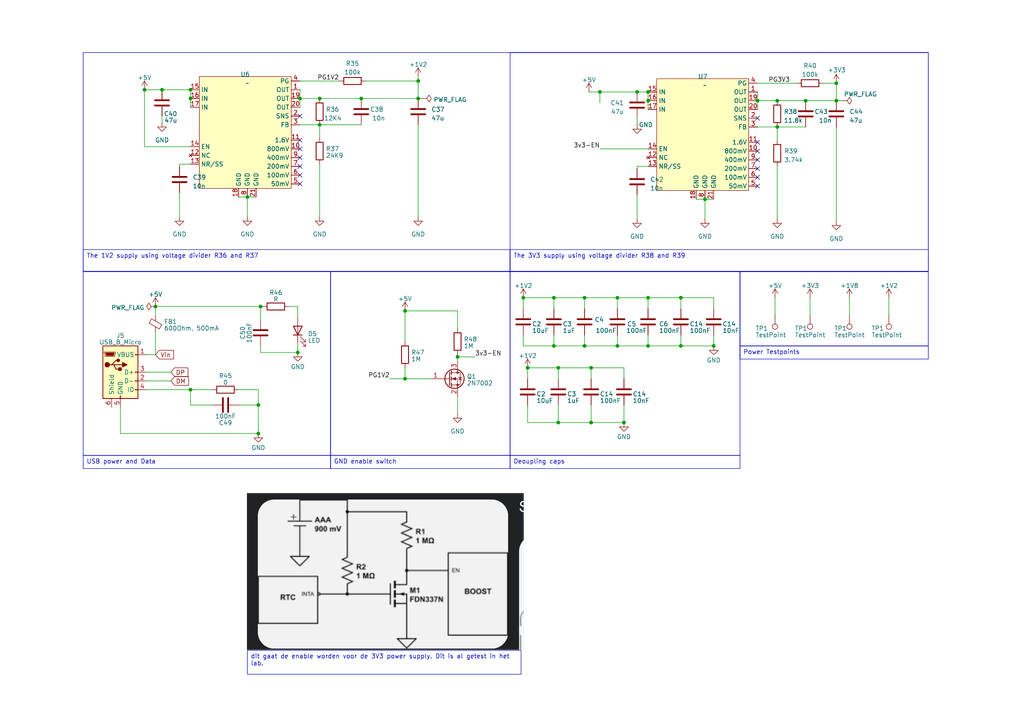
<source format=kicad_sch>
(kicad_sch (version 20230121) (generator eeschema)
  (paper "A4")
  (title_block (title "UFO FPGA") (date "2023-04-25") (rev "V0.5") (company "Universal-Field-Objects"))
  (lib_symbols
    (symbol "Connector:TestPoint" (pin_numbers hide) (pin_names (offset 0.762) hide)
      (property "Reference" "TP" (at 0 6.858 0))
      (property "Value" "TestPoint" (at 0 5.08 0))
      (symbol "TestPoint_0_1"
        (circle (center 0 3.302) (radius 0.762))
      )
      (symbol "TestPoint_1_1"
        (pin passive line (at 0 0 90) (length 2.54) (name "1") (number "1"))
      )
    )
    (symbol "Connector:USB_B_Micro" (pin_names (offset 1.016))
      (property "Reference" "J" (at -5.08 11.43 0))
      (property "Value" "USB_B_Micro" (at -5.08 8.89 0))
      (symbol "USB_B_Micro_0_1"
        (rectangle (start -5.08 -7.62) (end 5.08 7.62) (stroke (width 0.254)) (fill (type background)))
        (circle (center -3.81 2.159) (radius 0.635) (stroke (width 0.254)) (fill (type outline)))
        (circle (center -0.635 3.429) (radius 0.381) (stroke (width 0.254)) (fill (type outline)))
        (rectangle (start -0.127 -7.62) (end 0.127 -6.858))
        (polyline (pts (xy -1.905 2.159) (xy 0.635 2.159)) (stroke (width 0.254)))
        (polyline (pts (xy -3.175 2.159) (xy -2.54 2.159) (xy -1.27 3.429) (xy -0.635 3.429)) (stroke (width 0.254)))
        (polyline (pts (xy -2.54 2.159) (xy -1.905 2.159) (xy -1.27 0.889) (xy 0 0.889)) (stroke (width 0.254)))
        (polyline (pts (xy 0.635 2.794) (xy 0.635 1.524) (xy 1.905 2.159) (xy 0.635 2.794)) (stroke (width 0.254)) (fill (type outline)))
        (polyline (pts (xy -4.318 5.588) (xy -1.778 5.588) (xy -2.032 4.826) (xy -4.064 4.826) (xy -4.318 5.588)) (fill (type outline)))
        (polyline (pts (xy -4.699 5.842) (xy -4.699 5.588) (xy -4.445 4.826) (xy -4.445 4.572) (xy -1.651 4.572) (xy -1.651 4.826) (xy -1.397 5.588) (xy -1.397 5.842) (xy -4.699 5.842)))
        (rectangle (start 0.254 1.27) (end -0.508 0.508) (stroke (width 0.254)) (fill (type outline)))
        (rectangle (start 5.08 -5.207) (end 4.318 -4.953))
        (rectangle (start 5.08 -2.667) (end 4.318 -2.413))
        (rectangle (start 5.08 -0.127) (end 4.318 0.127))
        (rectangle (start 5.08 4.953) (end 4.318 5.207))
      )
      (symbol "USB_B_Micro_1_1"
        (pin power_out line (at 7.62 5.08 180) (length 2.54) (name "VBUS") (number "1"))
        (pin bidirectional line (at 7.62 -2.54 180) (length 2.54) (name "D-") (number "2"))
        (pin bidirectional line (at 7.62 0 180) (length 2.54) (name "D+") (number "3"))
        (pin passive line (at 7.62 -5.08 180) (length 2.54) (name "ID") (number "4"))
        (pin power_out line (at 0 -10.16 90) (length 2.54) (name "GND") (number "5"))
        (pin passive line (at -2.54 -10.16 90) (length 2.54) (name "Shield") (number "6"))
      )
    )
    (symbol "Device:C" (pin_numbers hide) (pin_names (offset 0.254))
      (property "Reference" "C" (at 0.635 2.54 0))
      (property "Value" "C" (at 0.635 -2.54 0))
      (symbol "C_0_1"
        (polyline (pts (xy -2.032 -0.762) (xy 2.032 -0.762)) (stroke (width 0.508)))
        (polyline (pts (xy -2.032 0.762) (xy 2.032 0.762)) (stroke (width 0.508)))
      )
      (symbol "C_1_1"
        (pin passive line (at 0 3.81 270) (length 2.794) (name "~") (number "1"))
        (pin passive line (at 0 -3.81 90) (length 2.794) (name "~") (number "2"))
      )
    )
    (symbol "Device:FerriteBead_Small" (pin_numbers hide) (pin_names (offset 0))
      (property "Reference" "FB" (at 1.905 1.27 0))
      (property "Value" "FerriteBead_Small" (at 1.905 -1.27 0))
      (symbol "FerriteBead_Small_0_1"
        (polyline (pts (xy 0 -1.27) (xy 0 -0.7874)))
        (polyline (pts (xy 0 0.889) (xy 0 1.2954)))
        (polyline (pts (xy -1.8288 0.2794) (xy -1.1176 1.4986) (xy 1.8288 -0.2032) (xy 1.1176 -1.4224) (xy -1.8288 0.2794)))
      )
      (symbol "FerriteBead_Small_1_1"
        (pin passive line (at 0 2.54 270) (length 1.27) (name "~") (number "1"))
        (pin passive line (at 0 -2.54 90) (length 1.27) (name "~") (number "2"))
      )
    )
    (symbol "Device:LED" (pin_numbers hide) (pin_names (offset 1.016) hide)
      (property "Reference" "D" (at 0 2.54 0))
      (property "Value" "LED" (at 0 -2.54 0))
      (symbol "LED_0_1"
        (polyline (pts (xy -1.27 -1.27) (xy -1.27 1.27)) (stroke (width 0.254)))
        (polyline (pts (xy -1.27 0) (xy 1.27 0)))
        (polyline (pts (xy 1.27 -1.27) (xy 1.27 1.27) (xy -1.27 0) (xy 1.27 -1.27)) (stroke (width 0.254)))
        (polyline (pts (xy -3.048 -0.762) (xy -4.572 -2.286) (xy -3.81 -2.286) (xy -4.572 -2.286) (xy -4.572 -1.524)))
        (polyline (pts (xy -1.778 -0.762) (xy -3.302 -2.286) (xy -2.54 -2.286) (xy -3.302 -2.286) (xy -3.302 -1.524)))
      )
      (symbol "LED_1_1"
        (pin passive line (at -3.81 0 0) (length 2.54) (name "K") (number "1"))
        (pin passive line (at 3.81 0 180) (length 2.54) (name "A") (number "2"))
      )
    )
    (symbol "Device:R" (pin_numbers hide) (pin_names (offset 0))
      (property "Reference" "R" (at 2.032 0 90))
      (property "Value" "R" (at 0 0 90))
      (symbol "R_0_1"
        (rectangle (start -1.016 -2.54) (end 1.016 2.54) (stroke (width 0.254)))
      )
      (symbol "R_1_1"
        (pin passive line (at 0 3.81 270) (length 1.27) (name "~") (number "1"))
        (pin passive line (at 0 -3.81 90) (length 1.27) (name "~") (number "2"))
      )
    )
    (symbol "Transistor_FET:2N7002" (pin_names hide)
      (property "Reference" "Q" (at 5.08 1.905 0))
      (property "Value" "2N7002" (at 5.08 0 0))
      (symbol "2N7002_0_1"
        (polyline (pts (xy 0.254 0) (xy -2.54 0)))
        (polyline (pts (xy 0.254 1.905) (xy 0.254 -1.905)) (stroke (width 0.254)))
        (polyline (pts (xy 0.762 -1.27) (xy 0.762 -2.286)) (stroke (width 0.254)))
        (polyline (pts (xy 0.762 0.508) (xy 0.762 -0.508)) (stroke (width 0.254)))
        (polyline (pts (xy 0.762 2.286) (xy 0.762 1.27)) (stroke (width 0.254)))
        (polyline (pts (xy 2.54 2.54) (xy 2.54 1.778)))
        (polyline (pts (xy 2.54 -2.54) (xy 2.54 0) (xy 0.762 0)))
        (polyline (pts (xy 0.762 -1.778) (xy 3.302 -1.778) (xy 3.302 1.778) (xy 0.762 1.778)))
        (polyline (pts (xy 1.016 0) (xy 2.032 0.381) (xy 2.032 -0.381) (xy 1.016 0)) (fill (type outline)))
        (polyline (pts (xy 2.794 0.508) (xy 2.921 0.381) (xy 3.683 0.381) (xy 3.81 0.254)))
        (polyline (pts (xy 3.302 0.381) (xy 2.921 -0.254) (xy 3.683 -0.254) (xy 3.302 0.381)))
        (circle (center 1.651 0) (radius 2.794) (stroke (width 0.254)))
        (circle (center 2.54 -1.778) (radius 0.254) (fill (type outline)))
        (circle (center 2.54 1.778) (radius 0.254) (fill (type outline)))
      )
      (symbol "2N7002_1_1"
        (pin input line (at -5.08 0 0) (length 2.54) (name "G") (number "1"))
        (pin passive line (at 2.54 -5.08 90) (length 2.54) (name "S") (number "2"))
        (pin passive line (at 2.54 5.08 270) (length 2.54) (name "D") (number "3"))
      )
    )
    (symbol "UFO_PARTS:AP7179D-13"
      (property "Reference" "U" (at 0 5.715 0))
      (symbol "AP7179D-13_0_0"
        (pin output line (at 15.24 -1.905 180) (length 2.54) (name "OUT") (number "1"))
        (pin input line (at 15.24 -19.05 180) (length 2.54) (name "800mV") (number "10"))
        (pin input line (at 15.24 -16.51 180) (length 2.54) (name "1.6V") (number "11"))
        (pin no_connect line (at -16.51 -20.955 0) (length 2.54) (name "NC") (number "12"))
        (pin output line (at -16.51 -23.495 0) (length 2.54) (name "NR/SS") (number "13"))
        (pin input line (at -16.51 -18.415 0) (length 2.54) (name "EN") (number "14"))
        (pin input line (at -16.51 -1.905 0) (length 2.54) (name "IN") (number "15"))
        (pin input line (at -16.51 -4.445 0) (length 2.54) (name "IN") (number "16"))
        (pin input line (at -16.51 -6.985 0) (length 2.54) (name "IN") (number "17"))
        (pin passive line (at -2.54 -33.02 90) (length 2.54) (name "GND") (number "18"))
        (pin output line (at 15.24 -4.445 180) (length 2.54) (name "OUT") (number "19"))
        (pin input line (at 15.24 -9.525 180) (length 2.54) (name "SNS") (number "2"))
        (pin output line (at 15.24 -6.985 180) (length 2.54) (name "OUT") (number "20"))
        (pin passive line (at 2.54 -33.02 90) (length 2.54) (name "GND") (number "21"))
        (pin input line (at 15.24 -12.065 180) (length 2.54) (name "FB") (number "3"))
        (pin output line (at 15.24 0.635 180) (length 2.54) (name "PG") (number "4"))
        (pin input line (at 15.24 -29.21 180) (length 2.54) (name "50mV") (number "5"))
        (pin input line (at 15.24 -26.67 180) (length 2.54) (name "100mV") (number "6"))
        (pin input line (at 15.24 -24.13 180) (length 2.54) (name "200mV") (number "7"))
        (pin passive line (at 0 -33.02 90) (length 2.54) (name "GND") (number "8"))
        (pin input line (at 15.24 -21.59 180) (length 2.54) (name "400mV") (number "9"))
      )
      (symbol "AP7179D-13_1_1"
        (rectangle (start -13.97 1.905) (end 12.7 -30.48) (fill (type background)))
      )
    )
    (symbol "power:+1V2" (power) (pin_names (offset 0))
      (property "Value" "+1V2" (at 0 3.556 0))
      (symbol "+1V2_0_1"
        (polyline (pts (xy -0.762 1.27) (xy 0 2.54)))
        (polyline (pts (xy 0 0) (xy 0 2.54)))
        (polyline (pts (xy 0 2.54) (xy 0.762 1.27)))
      )
      (symbol "+1V2_1_1"
        (pin power_in line (at 0 0 90) (length 0) hide (name "+1V2") (number "1"))
      )
    )
    (symbol "power:+1V8" (power) (pin_names (offset 0))
      (property "Value" "+1V8" (at 0 3.556 0))
      (symbol "+1V8_0_1"
        (polyline (pts (xy -0.762 1.27) (xy 0 2.54)))
        (polyline (pts (xy 0 0) (xy 0 2.54)))
        (polyline (pts (xy 0 2.54) (xy 0.762 1.27)))
      )
      (symbol "+1V8_1_1"
        (pin power_in line (at 0 0 90) (length 0) hide (name "+1V8") (number "1"))
      )
    )
    (symbol "power:+3V3" (power) (pin_names (offset 0))
      (property "Value" "+3V3" (at 0 3.556 0))
      (symbol "+3V3_0_1"
        (polyline (pts (xy -0.762 1.27) (xy 0 2.54)))
        (polyline (pts (xy 0 0) (xy 0 2.54)))
        (polyline (pts (xy 0 2.54) (xy 0.762 1.27)))
      )
      (symbol "+3V3_1_1"
        (pin power_in line (at 0 0 90) (length 0) hide (name "+3V3") (number "1"))
      )
    )
    (symbol "power:+5V" (power) (pin_names (offset 0))
      (property "Value" "+5V" (at 0 3.556 0))
      (symbol "+5V_0_1"
        (polyline (pts (xy -0.762 1.27) (xy 0 2.54)))
        (polyline (pts (xy 0 0) (xy 0 2.54)))
        (polyline (pts (xy 0 2.54) (xy 0.762 1.27)))
      )
      (symbol "+5V_1_1"
        (pin power_in line (at 0 0 90) (length 0) hide (name "+5V") (number "1"))
      )
    )
    (symbol "power:GND" (power) (pin_names (offset 0))
      (property "Value" "GND" (at 0 -3.81 0))
      (symbol "GND_0_1"
        (polyline (pts (xy 0 0) (xy 0 -1.27) (xy 1.27 -1.27) (xy 0 -2.54) (xy -1.27 -1.27) (xy 0 -1.27)))
      )
      (symbol "GND_1_1"
        (pin power_in line (at 0 0 270) (length 0) hide (name "GND") (number "1"))
      )
    )
    (symbol "power:PWR_FLAG" (power) (pin_numbers hide) (pin_names (offset 0) hide)
      (property "Value" "PWR_FLAG" (at 0 3.81 0))
      (symbol "PWR_FLAG_0_0"
        (pin power_out line (at 0 0 90) (length 0) (name "pwr") (number "1"))
      )
      (symbol "PWR_FLAG_0_1"
        (polyline (pts (xy 0 0) (xy 0 1.27) (xy -1.016 1.905) (xy 0 2.54) (xy 1.016 1.905) (xy 0 1.27)))
      )
    )
  )
  (junction (at 161.925 106.68))
  (junction (at 117.475 90.17))
  (junction (at 104.775 28.575))
  (junction (at 225.425 36.83))
  (junction (at 55.245 28.575))
  (junction (at 173.99 26.67))
  (junction (at 171.45 106.68))
  (junction (at 92.71 36.195))
  (junction (at 121.285 23.495))
  (junction (at 187.96 86.36))
  (junction (at 169.545 86.36))
  (junction (at 132.715 103.505))
  (junction (at 207.01 100.33))
  (junction (at 46.99 26.035))
  (junction (at 92.71 28.575))
  (junction (at 197.485 86.36))
  (junction (at 242.57 29.21))
  (junction (at 160.655 86.36))
  (junction (at 86.995 28.575))
  (junction (at 161.925 122.555))
  (junction (at 204.47 57.785))
  (junction (at 171.45 122.555))
  (junction (at 242.57 24.13))
  (junction (at 187.96 29.21))
  (junction (at 180.975 122.555))
  (junction (at 179.07 100.33))
  (junction (at 45.085 88.9))
  (junction (at 86.36 102.235))
  (junction (at 55.245 113.03))
  (junction (at 225.425 29.21))
  (junction (at 169.545 100.33))
  (junction (at 233.68 29.21))
  (junction (at 121.285 28.575))
  (junction (at 41.91 26.035))
  (junction (at 187.96 100.33))
  (junction (at 74.93 125.73))
  (junction (at 219.71 29.21))
  (junction (at 179.07 86.36))
  (junction (at 151.765 86.36))
  (junction (at 153.035 106.68))
  (junction (at 184.785 26.67))
  (junction (at 160.655 100.33))
  (junction (at 197.485 100.33))
  (junction (at 74.93 117.475))
  (junction (at 117.475 109.855))
  (junction (at 75.565 88.9))
  (junction (at 71.755 57.15))
  (junction (at 187.96 26.67))
  (junction (at 55.245 26.035))
  (no_connect (at 86.995 53.34))
  (no_connect (at 86.995 33.655))
  (no_connect (at 219.71 34.29))
  (no_connect (at 86.995 50.8))
  (no_connect (at 219.71 41.275))
  (no_connect (at 219.71 46.355))
  (no_connect (at 86.995 40.64))
  (no_connect (at 219.71 53.975))
  (no_connect (at 86.995 45.72))
  (no_connect (at 86.995 43.18))
  (no_connect (at 219.71 43.815))
  (no_connect (at 86.995 48.26))
  (no_connect (at 219.71 51.435))
  (no_connect (at 219.71 48.895))
  (wire (pts (xy 45.085 88.9) (xy 75.565 88.9)))
  (wire (pts (xy 233.68 29.21) (xy 242.57 29.21)))
  (wire (pts (xy 151.765 97.155) (xy 151.765 100.33)))
  (wire (pts (xy 69.215 113.03) (xy 74.93 113.03)))
  (wire (pts (xy 75.565 92.71) (xy 75.565 88.9)))
  (wire (pts (xy 106.045 23.495) (xy 121.285 23.495)))
  (wire (pts (xy 207.01 100.33) (xy 207.01 97.155)))
  (wire (pts (xy 160.655 100.33) (xy 169.545 100.33)))
  (wire (pts (xy 86.995 28.575) (xy 86.995 31.115)))
  (wire (pts (xy 197.485 100.33) (xy 207.01 100.33)))
  (wire (pts (xy 52.07 47.625) (xy 55.245 47.625)))
  (wire (pts (xy 169.545 97.155) (xy 169.545 100.33)))
  (wire (pts (xy 197.485 86.36) (xy 197.485 89.535)))
  (wire (pts (xy 151.765 86.36) (xy 151.765 89.535)))
  (wire (pts (xy 75.565 88.9) (xy 76.2 88.9)))
  (wire (pts (xy 151.765 86.36) (xy 160.655 86.36)))
  (wire (pts (xy 42.545 110.49) (xy 49.53 110.49)))
  (wire (pts (xy 41.91 42.545) (xy 55.245 42.545)))
  (wire (pts (xy 153.035 122.555) (xy 161.925 122.555)))
  (wire (pts (xy 71.755 57.15) (xy 71.755 62.865)))
  (wire (pts (xy 173.99 26.67) (xy 173.99 29.845)))
  (wire (pts (xy 117.475 90.17) (xy 132.715 90.17)))
  (wire (pts (xy 121.285 23.495) (xy 121.285 28.575)))
  (wire (pts (xy 55.245 28.575) (xy 55.245 31.115)))
  (wire (pts (xy 179.07 97.155) (xy 179.07 100.33)))
  (wire (pts (xy 179.07 86.36) (xy 179.07 89.535)))
  (wire (pts (xy 86.36 88.9) (xy 86.36 92.075)))
  (wire (pts (xy 86.995 23.495) (xy 98.425 23.495)))
  (wire (pts (xy 238.76 24.13) (xy 242.57 24.13)))
  (wire (pts (xy 184.785 34.29) (xy 184.785 36.195)))
  (wire (pts (xy 86.995 26.035) (xy 86.995 28.575)))
  (wire (pts (xy 153.035 106.68) (xy 161.925 106.68)))
  (wire (pts (xy 55.245 26.035) (xy 55.245 28.575)))
  (wire (pts (xy 187.96 29.21) (xy 187.96 31.75)))
  (wire (pts (xy 257.81 86.36) (xy 257.81 91.44)))
  (wire (pts (xy 55.245 117.475) (xy 55.245 113.03)))
  (wire (pts (xy 42.545 113.03) (xy 55.245 113.03)))
  (wire (pts (xy 41.91 26.035) (xy 46.99 26.035)))
  (wire (pts (xy 179.07 100.33) (xy 187.96 100.33)))
  (wire (pts (xy 52.07 48.26) (xy 52.07 47.625)))
  (wire (pts (xy 121.285 28.575) (xy 122.555 28.575)))
  (wire (pts (xy 180.975 106.68) (xy 180.975 109.855)))
  (wire (pts (xy 171.45 106.68) (xy 180.975 106.68)))
  (wire (pts (xy 46.99 26.035) (xy 55.245 26.035)))
  (wire (pts (xy 242.57 24.13) (xy 242.57 29.21)))
  (wire (pts (xy 224.79 86.36) (xy 224.79 91.44)))
  (wire (pts (xy 187.96 26.67) (xy 187.96 29.21)))
  (wire (pts (xy 71.755 57.15) (xy 74.295 57.15)))
  (wire (pts (xy 153.035 117.475) (xy 153.035 122.555)))
  (wire (pts (xy 201.93 57.785) (xy 204.47 57.785)))
  (wire (pts (xy 180.975 122.555) (xy 180.975 117.475)))
  (wire (pts (xy 169.545 86.36) (xy 169.545 89.535)))
  (wire (pts (xy 117.475 99.06) (xy 117.475 90.17)))
  (wire (pts (xy 46.99 33.655) (xy 46.99 35.56)))
  (wire (pts (xy 125.095 109.855) (xy 117.475 109.855)))
  (wire (pts (xy 161.925 122.555) (xy 171.45 122.555)))
  (wire (pts (xy 204.47 57.785) (xy 207.01 57.785)))
  (wire (pts (xy 225.425 36.83) (xy 233.68 36.83)))
  (wire (pts (xy 184.785 56.515) (xy 184.785 63.5)))
  (wire (pts (xy 160.655 97.155) (xy 160.655 100.33)))
  (wire (pts (xy 45.085 91.44) (xy 45.085 88.9)))
  (wire (pts (xy 173.99 43.18) (xy 187.96 43.18)))
  (wire (pts (xy 170.815 26.67) (xy 173.99 26.67)))
  (wire (pts (xy 204.47 57.785) (xy 204.47 63.5)))
  (wire (pts (xy 121.285 22.225) (xy 121.285 23.495)))
  (wire (pts (xy 219.71 29.21) (xy 219.71 31.75)))
  (wire (pts (xy 197.485 86.36) (xy 207.01 86.36)))
  (wire (pts (xy 75.565 100.33) (xy 75.565 102.235)))
  (wire (pts (xy 86.995 28.575) (xy 92.71 28.575)))
  (wire (pts (xy 242.57 29.21) (xy 244.475 29.21)))
  (wire (pts (xy 151.765 100.33) (xy 160.655 100.33)))
  (wire (pts (xy 132.715 102.87) (xy 132.715 103.505)))
  (wire (pts (xy 219.71 26.67) (xy 219.71 29.21)))
  (wire (pts (xy 187.96 100.33) (xy 197.485 100.33)))
  (wire (pts (xy 187.96 100.33) (xy 187.96 97.155)))
  (wire (pts (xy 86.995 36.195) (xy 92.71 36.195)))
  (wire (pts (xy 92.71 36.195) (xy 92.71 40.005)))
  (wire (pts (xy 69.215 117.475) (xy 74.93 117.475)))
  (wire (pts (xy 160.655 86.36) (xy 169.545 86.36)))
  (wire (pts (xy 74.93 113.03) (xy 74.93 117.475)))
  (wire (pts (xy 92.71 36.195) (xy 104.775 36.195)))
  (wire (pts (xy 225.425 29.21) (xy 233.68 29.21)))
  (wire (pts (xy 184.785 48.895) (xy 184.785 48.26)))
  (wire (pts (xy 113.03 109.855) (xy 117.475 109.855)))
  (wire (pts (xy 74.93 117.475) (xy 74.93 125.73)))
  (wire (pts (xy 160.655 86.36) (xy 160.655 89.535)))
  (wire (pts (xy 171.45 117.475) (xy 171.45 122.555)))
  (wire (pts (xy 132.715 103.505) (xy 137.795 103.505)))
  (wire (pts (xy 173.99 26.67) (xy 184.785 26.67)))
  (wire (pts (xy 161.925 106.68) (xy 161.925 109.855)))
  (wire (pts (xy 187.96 86.36) (xy 197.485 86.36)))
  (wire (pts (xy 34.925 125.73) (xy 74.93 125.73)))
  (wire (pts (xy 242.57 36.83) (xy 242.57 64.135)))
  (wire (pts (xy 132.715 114.935) (xy 132.715 120.015)))
  (wire (pts (xy 75.565 102.235) (xy 86.36 102.235)))
  (wire (pts (xy 41.91 26.035) (xy 41.91 42.545)))
  (wire (pts (xy 207.01 86.36) (xy 207.01 89.535)))
  (wire (pts (xy 52.07 55.88) (xy 52.07 62.865)))
  (wire (pts (xy 104.775 28.575) (xy 121.285 28.575)))
  (wire (pts (xy 34.925 118.11) (xy 34.925 125.73)))
  (wire (pts (xy 132.715 90.17) (xy 132.715 95.25)))
  (wire (pts (xy 219.71 24.13) (xy 231.14 24.13)))
  (wire (pts (xy 132.715 103.505) (xy 132.715 104.775)))
  (wire (pts (xy 42.545 102.87) (xy 45.085 102.87)))
  (wire (pts (xy 86.36 99.695) (xy 86.36 102.235)))
  (wire (pts (xy 42.545 107.95) (xy 49.53 107.95)))
  (wire (pts (xy 92.71 28.575) (xy 104.775 28.575)))
  (wire (pts (xy 169.545 86.36) (xy 179.07 86.36)))
  (wire (pts (xy 61.595 117.475) (xy 55.245 117.475)))
  (wire (pts (xy 83.82 88.9) (xy 86.36 88.9)))
  (wire (pts (xy 219.71 36.83) (xy 225.425 36.83)))
  (wire (pts (xy 117.475 109.855) (xy 117.475 106.68)))
  (wire (pts (xy 92.71 47.625) (xy 92.71 62.865)))
  (wire (pts (xy 225.425 48.26) (xy 225.425 63.5)))
  (wire (pts (xy 69.215 57.15) (xy 71.755 57.15)))
  (wire (pts (xy 171.45 122.555) (xy 180.975 122.555)))
  (wire (pts (xy 153.035 109.855) (xy 153.035 106.68)))
  (wire (pts (xy 219.71 29.21) (xy 225.425 29.21)))
  (wire (pts (xy 169.545 100.33) (xy 179.07 100.33)))
  (wire (pts (xy 161.925 117.475) (xy 161.925 122.555)))
  (wire (pts (xy 55.245 113.03) (xy 61.595 113.03)))
  (wire (pts (xy 197.485 100.33) (xy 197.485 97.155)))
  (wire (pts (xy 234.95 86.36) (xy 234.95 91.44)))
  (wire (pts (xy 121.285 36.195) (xy 121.285 62.865)))
  (wire (pts (xy 184.785 26.67) (xy 187.96 26.67)))
  (wire (pts (xy 179.07 86.36) (xy 187.96 86.36)))
  (wire (pts (xy 171.45 106.68) (xy 171.45 109.855)))
  (wire (pts (xy 225.425 36.83) (xy 225.425 40.64)))
  (wire (pts (xy 246.38 86.36) (xy 246.38 91.44)))
  (wire (pts (xy 184.785 48.26) (xy 187.96 48.26)))
  (wire (pts (xy 161.925 106.68) (xy 171.45 106.68)))
  (wire (pts (xy 187.96 86.36) (xy 187.96 89.535)))
  (wire (pts (xy 45.085 96.52) (xy 45.085 102.87)))
  (rectangle (start 147.955 78.74) (end 214.63 132.08))
  (rectangle (start 147.955 15.24) (end 269.24 78.74))
  (rectangle (start 24.13 78.74) (end 95.885 132.08))
  (rectangle (start 95.885 78.74) (end 147.955 132.08))
  (rectangle (start 214.63 78.74) (end 269.24 100.33))
  (rectangle (start 24.13 15.24) (end 269.24 78.74))
  (image (at 111.76 165.735) (scale 0.81043))
  (text_box "The 3V3 supply using voltage divider R38 and R39\n" (at 147.955 72.39 0) (size 121.285 6.35) (effects (font (size 1.27 1.27)) (justify left top)))
  (text_box "The 1V2 supply using voltage divider R36 and R37\n" (at 24.13 72.39 0) (size 123.825 6.35) (effects (font (size 1.27 1.27)) (justify left top)))
  (text_box "Deoupling caps" (at 147.955 132.08 0) (size 66.675 3.81) (effects (font (size 1.27 1.27)) (justify left top)))
  (text_box "USB power and Data" (at 24.13 132.08 0) (size 71.755 3.81) (effects (font (size 1.27 1.27)) (justify left top)))
  (text_box "dit gaat de enable worden voor de 3V3 power supply. Dit is al getest in het lab." (at 71.755 188.595 0) (size 79.375 6.985) (effects (font (size 1.27 1.27)) (justify left top)))
  (text_box "GND enable switch" (at 95.885 132.08 0) (size 52.07 3.81) (effects (font (size 1.27 1.27)) (justify left top)))
  (text_box "Power Testpoints" (at 214.63 100.33 0) (size 54.61 3.81) (effects (font (size 1.27 1.27)) (justify left top)))
  (label "PG1V2" (at 113.03 109.855 180))
  (label "PG3V3" (at 222.885 24.13 0))
  (label "3v3-EN" (at 173.99 43.18 180))
  (label "3v3-EN" (at 137.795 103.505 0))
  (label "PG1V2" (at 92.075 23.495 0))
  (global_label "DP" (shape input) (at 49.53 107.95 0) (property "Intersheetrefs" "${INTERSHEET_REFS}" (effects hide)))
  (global_label "Vin" (shape input) (at 45.085 102.87 0) (property "Intersheetrefs" "${INTERSHEET_REFS}" (effects hide)))
  (global_label "DM" (shape input) (at 49.53 110.49 0) (property "Intersheetrefs" "${INTERSHEET_REFS}" (effects hide)))
  (symbol (lib_id "Transistor_FET:2N7002") (at 130.175 109.855 0) (unit 1)
    (property "Reference" "Q1" (at 135.382 109.2113 0) (effects (justify left)))
    (property "Value" "2N7002" (at 135.382 111.1323 0) (effects (justify left)))
    (property "Footprint" "Package_TO_SOT_SMD:SOT-23" (effects hide))
    (property "Datasheet" "https://www.onsemi.com/pub/Collateral/NDS7002A-D.PDF" (effects hide))
  )
  (symbol (lib_id "Device:R") (at 132.715 99.06 180) (unit 1)
    (property "Reference" "R48" (at 134.493 98.4163 0) (effects (justify right)))
    (property "Value" "1M" (at 134.493 100.3373 0) (effects (justify right)))
  )
  (symbol (lib_id "Device:C") (at 65.405 117.475 90) (mirror x) (unit 1)
    (property "Reference" "C49" (at 65.405 122.6439 90))
    (property "Value" "100nF" (at 65.405 120.7229 90))
  )
  (symbol (lib_id "power:GND") (at 46.99 35.56 0) (unit 1)
    (property "Reference" "#PWR041" (effects hide))
    (property "Value" "GND" (at 46.99 40.64 0))
  )
  (symbol (lib_id "power:+1V2") (at 257.81 86.36 0) (unit 1)
    (property "Reference" "#PWR032" (effects hide))
    (property "Value" "+1V2" (at 257.81 82.8581 0))
  )
  (symbol (lib_id "power:+1V2") (at 153.035 106.68 0) (unit 1)
    (property "Reference" "#PWR067" (effects hide))
    (property "Value" "+1V2" (at 153.035 103.1781 0))
  )
  (symbol (lib_id "power:+1V8") (at 246.38 86.36 0) (unit 1)
    (property "Reference" "#PWR034" (effects hide))
    (property "Value" "+1V8" (at 246.38 82.8581 0))
  )
  (symbol (lib_id "power:GND") (at 71.755 62.865 0) (unit 1)
    (property "Reference" "#PWR037" (effects hide))
    (property "Value" "GND" (at 71.755 67.945 0))
  )
  (symbol (lib_id "Device:R") (at 234.95 24.13 90) (unit 1)
    (property "Reference" "R40" (at 234.95 19.05 90))
    (property "Value" "100k" (at 234.95 21.59 90))
  )
  (symbol (lib_id "Device:C") (at 187.96 93.345 0) (unit 1)
    (property "Reference" "C6" (at 191.135 93.964 0) (effects (justify left)))
    (property "Value" "100nF" (at 191.135 95.885 0) (effects (justify left)))
  )
  (symbol (lib_id "Device:C") (at 233.68 33.02 0) (unit 1)
    (property "Reference" "C43" (at 236.22 32.385 0) (effects (justify left)))
    (property "Value" "10n" (at 237.49 34.925 0) (effects (justify left)))
  )
  (symbol (lib_id "power:GND") (at 74.93 125.73 0) (unit 1)
    (property "Reference" "#PWR063" (effects hide))
    (property "Value" "GND" (at 74.93 129.8655 0))
  )
  (symbol (lib_id "power:+5V") (at 117.475 90.17 0) (unit 1)
    (property "Reference" "#PWR070" (effects hide))
    (property "Value" "+5V" (at 117.475 86.6681 0))
  )
  (symbol (lib_id "power:+1V2") (at 121.285 22.225 0) (unit 1)
    (property "Reference" "#PWR047" (effects hide))
    (property "Value" "+1V2" (at 121.285 18.7231 0))
  )
  (symbol (lib_id "Device:C") (at 52.07 52.07 0) (unit 1)
    (property "Reference" "C39" (at 55.88 51.435 0) (effects (justify left)))
    (property "Value" "10n" (at 55.88 53.975 0) (effects (justify left)))
  )
  (symbol (lib_id "power:+3V3") (at 242.57 24.13 0) (unit 1)
    (property "Reference" "#PWR048" (effects hide))
    (property "Value" "+3V3" (at 240.03 20.32 0) (effects (justify left)))
  )
  (symbol (lib_id "Device:R") (at 92.71 43.815 180) (unit 1)
    (property "Reference" "R37" (at 94.488 43.1713 0) (effects (justify right)))
    (property "Value" "24K9" (at 94.488 45.0923 0) (effects (justify right)))
  )
  (symbol (lib_id "UFO_PARTS:AP7179D-13") (at 204.47 24.765 0) (unit 1)
    (property "Reference" "U7" (at 203.835 22.225 0))
    (property "Value" "~" (at 204.47 24.765 0))
  )
  (symbol (lib_id "Connector:TestPoint") (at 234.95 91.44 180) (unit 1)
    (property "Reference" "TP1" (at 230.505 95.234 0) (effects (justify right)))
    (property "Value" "TestPoint" (at 230.505 97.155 0) (effects (justify right)))
  )
  (symbol (lib_id "power:GND") (at 204.47 63.5 0) (unit 1)
    (property "Reference" "#PWR044" (effects hide))
    (property "Value" "GND" (at 204.47 68.58 0))
  )
  (symbol (lib_id "power:GND") (at 132.715 120.015 0) (mirror y) (unit 1)
    (property "Reference" "#PWR069" (effects hide))
    (property "Value" "GND" (at 132.715 125.095 0))
  )
  (symbol (lib_id "Connector:TestPoint") (at 257.81 91.44 180) (unit 1)
    (property "Reference" "TP1" (at 252.73 95.234 0) (effects (justify right)))
    (property "Value" "TestPoint" (at 252.73 97.155 0) (effects (justify right)))
  )
  (symbol (lib_id "power:GND") (at 184.785 63.5 0) (unit 1)
    (property "Reference" "#PWR043" (effects hide))
    (property "Value" "GND" (at 184.785 68.58 0))
  )
  (symbol (lib_id "Device:FerriteBead_Small") (at 45.085 93.98 0) (unit 1)
    (property "Reference" "FB1" (at 47.5488 93.2982 0) (effects (justify left)))
    (property "Value" "600Ohm, 500mA" (at 47.5488 95.2192 0) (effects (justify left)))
  )
  (symbol (lib_id "power:GND") (at 225.425 63.5 0) (mirror y) (unit 1)
    (property "Reference" "#PWR045" (effects hide))
    (property "Value" "GND" (at 225.425 68.58 0))
  )
  (symbol (lib_id "Device:C") (at 121.285 32.385 0) (unit 1)
    (property "Reference" "C37" (at 125.095 31.75 0) (effects (justify left)))
    (property "Value" "47u" (at 125.095 34.29 0) (effects (justify left)))
  )
  (symbol (lib_id "Device:C") (at 151.765 93.345 0) (unit 1)
    (property "Reference" "C2" (at 154.305 93.964 0) (effects (justify left)))
    (property "Value" "10uF" (at 154.305 95.885 0) (effects (justify left)))
  )
  (symbol (lib_id "UFO_PARTS:AP7179D-13") (at 71.755 24.13 0) (unit 1)
    (property "Reference" "U6" (at 71.12 21.59 0))
    (property "Value" "~" (at 71.755 24.13 0))
  )
  (symbol (lib_id "Device:C") (at 180.975 113.665 0) (unit 1)
    (property "Reference" "C14" (at 183.515 114.284 0) (effects (justify left)))
    (property "Value" "10nF" (at 183.515 116.205 0) (effects (justify left)))
  )
  (symbol (lib_id "power:+3V3") (at 234.95 86.36 0) (unit 1)
    (property "Reference" "#PWR033" (effects hide))
    (property "Value" "+3V3" (at 234.95 82.8581 0))
  )
  (symbol (lib_id "Device:C") (at 153.035 113.665 0) (unit 1)
    (property "Reference" "C2" (at 155.575 114.284 0) (effects (justify left)))
    (property "Value" "10uF" (at 155.575 116.205 0) (effects (justify left)))
  )
  (symbol (lib_id "power:+5V") (at 41.91 26.035 0) (unit 1)
    (property "Reference" "#PWR057" (effects hide))
    (property "Value" "+5V" (at 41.91 22.5331 0))
  )
  (symbol (lib_id "Connector:TestPoint") (at 246.38 91.44 180) (unit 1)
    (property "Reference" "TP1" (at 241.935 95.234 0) (effects (justify right)))
    (property "Value" "TestPoint" (at 241.935 97.155 0) (effects (justify right)))
  )
  (symbol (lib_id "power:GND") (at 121.285 62.865 0) (mirror y) (unit 1)
    (property "Reference" "#PWR038" (effects hide))
    (property "Value" "GND" (at 121.285 67.945 0))
  )
  (symbol (lib_id "Device:C") (at 46.99 29.845 0) (mirror y) (unit 1)
    (property "Reference" "C40" (at 51.435 33.02 0) (effects (justify left)))
    (property "Value" "47u" (at 51.435 34.925 0) (effects (justify left)))
  )
  (symbol (lib_id "Connector:USB_B_Micro") (at 34.925 107.95 0) (unit 1)
    (property "Reference" "J5" (at 34.925 97.3201 0))
    (property "Value" "USB_B_Micro" (at 34.925 99.2411 0))
  )
  (symbol (lib_id "Device:C") (at 75.565 96.52 0) (mirror y) (unit 1)
    (property "Reference" "C50" (at 70.3961 96.52 90))
    (property "Value" "100nF" (at 72.3171 96.52 90))
  )
  (symbol (lib_id "power:GND") (at 207.01 100.33 0) (unit 1)
    (property "Reference" "#PWR05" (effects hide))
    (property "Value" "GND" (at 207.01 104.4655 0))
  )
  (symbol (lib_id "Device:R") (at 117.475 102.87 180) (unit 1)
    (property "Reference" "R47" (at 119.253 102.2263 0) (effects (justify right)))
    (property "Value" "1M" (at 119.253 104.1473 0) (effects (justify right)))
  )
  (symbol (lib_id "Device:R") (at 80.01 88.9 90) (unit 1)
    (property "Reference" "R46" (at 80.01 84.8741 90))
    (property "Value" "R" (at 80.01 86.7951 90))
  )
  (symbol (lib_id "Device:C") (at 104.775 32.385 0) (unit 1)
    (property "Reference" "C38" (at 107.315 31.75 0) (effects (justify left)))
    (property "Value" "10n" (at 107.95 34.29 0) (effects (justify left)))
  )
  (symbol (lib_id "Device:C") (at 242.57 33.02 0) (unit 1)
    (property "Reference" "C44" (at 246.38 32.385 0) (effects (justify left)))
    (property "Value" "47u" (at 246.38 34.925 0) (effects (justify left)))
  )
  (symbol (lib_id "Connector:TestPoint") (at 224.79 91.44 180) (unit 1)
    (property "Reference" "TP1" (at 219.075 95.234 0) (effects (justify right)))
    (property "Value" "TestPoint" (at 219.075 97.155 0) (effects (justify right)))
  )
  (symbol (lib_id "Device:C") (at 184.785 30.48 0) (mirror y) (unit 1)
    (property "Reference" "C41" (at 180.975 29.845 0) (effects (justify left)))
    (property "Value" "47u" (at 180.975 32.385 0) (effects (justify left)))
  )
  (symbol (lib_id "power:PWR_FLAG") (at 45.085 88.9 90) (unit 1)
    (property "Reference" "#FLG04" (effects hide))
    (property "Value" "PWR_FLAG" (at 41.9101 89.2168 90) (effects (justify left)))
  )
  (symbol (lib_id "Device:LED") (at 86.36 95.885 90) (unit 1)
    (property "Reference" "D5" (at 89.281 96.8288 90) (effects (justify right)))
    (property "Value" "LED" (at 89.281 98.7498 90) (effects (justify right)))
  )
  (symbol (lib_id "power:GND") (at 180.975 122.555 0) (unit 1)
    (property "Reference" "#PWR05" (effects hide))
    (property "Value" "GND" (at 180.975 126.6905 0))
  )
  (symbol (lib_id "Device:R") (at 225.425 44.45 180) (unit 1)
    (property "Reference" "R39" (at 227.4368 43.815 0) (effects (justify right)))
    (property "Value" "3.74k" (at 227.4368 46.355 0) (effects (justify right)))
  )
  (symbol (lib_id "Device:C") (at 169.545 93.345 0) (unit 1)
    (property "Reference" "C4" (at 172.466 92.7013 0) (effects (justify left)))
    (property "Value" "100nF" (at 172.72 95.885 0) (effects (justify left)))
  )
  (symbol (lib_id "Device:C") (at 197.485 93.345 0) (unit 1)
    (property "Reference" "C14" (at 200.025 93.964 0) (effects (justify left)))
    (property "Value" "100nF" (at 200.025 95.885 0) (effects (justify left)))
  )
  (symbol (lib_id "Device:C") (at 207.01 93.345 0) (unit 1)
    (property "Reference" "C14" (at 209.55 93.964 0) (effects (justify left)))
    (property "Value" "10nF" (at 209.55 95.885 0) (effects (justify left)))
  )
  (symbol (lib_id "Device:C") (at 171.45 113.665 0) (unit 1)
    (property "Reference" "C14" (at 173.99 114.284 0) (effects (justify left)))
    (property "Value" "100nF" (at 173.99 116.205 0) (effects (justify left)))
  )
  (symbol (lib_id "power:PWR_FLAG") (at 244.475 29.21 270) (unit 1)
    (property "Reference" "#FLG03" (effects hide))
    (property "Value" "PWR_FLAG" (at 249.555 27.305 90))
  )
  (symbol (lib_id "power:+5V") (at 170.815 26.67 0) (unit 1)
    (property "Reference" "#PWR056" (effects hide))
    (property "Value" "+5V" (at 170.815 23.1681 0))
  )
  (symbol (lib_id "Device:C") (at 179.07 93.345 0) (unit 1)
    (property "Reference" "C5" (at 181.864 93.9727 0) (effects (justify left)))
    (property "Value" "100nF" (at 181.61 95.885 0) (effects (justify left)))
  )
  (symbol (lib_id "power:GND") (at 184.785 36.195 0) (unit 1)
    (property "Reference" "#PWR042" (effects hide))
    (property "Value" "GND" (at 187.325 36.195 0))
  )
  (symbol (lib_id "power:+5V") (at 45.085 88.9 0) (unit 1)
    (property "Reference" "#PWR064" (effects hide))
    (property "Value" "+5V" (at 45.085 85.3981 0))
  )
  (symbol (lib_id "Device:R") (at 225.425 33.02 180) (unit 1)
    (property "Reference" "R38" (at 227.33 32.385 0) (effects (justify right)))
    (property "Value" "11.8k" (at 227.33 34.925 0) (effects (justify right)))
  )
  (symbol (lib_id "power:+5V") (at 224.79 86.36 0) (unit 1)
    (property "Reference" "#PWR055" (effects hide))
    (property "Value" "+5V" (at 224.79 82.8581 0))
  )
  (symbol (lib_id "power:PWR_FLAG") (at 122.555 28.575 270) (unit 1)
    (property "Reference" "#FLG02" (effects hide))
    (property "Value" "PWR_FLAG" (at 125.73 28.8918 90) (effects (justify left)))
  )
  (symbol (lib_id "Device:C") (at 160.655 93.345 0) (unit 1)
    (property "Reference" "C3" (at 163.195 93.964 0) (effects (justify left)))
    (property "Value" "1uF" (at 163.195 95.885 0) (effects (justify left)))
  )
  (symbol (lib_id "power:GND") (at 52.07 62.865 0) (unit 1)
    (property "Reference" "#PWR040" (effects hide))
    (property "Value" "GND" (at 52.07 67.945 0))
  )
  (symbol (lib_id "power:GND") (at 242.57 64.135 0) (mirror y) (unit 1)
    (property "Reference" "#PWR046" (effects hide))
    (property "Value" "GND" (at 242.57 69.215 0))
  )
  (symbol (lib_id "power:GND") (at 92.71 62.865 0) (mirror y) (unit 1)
    (property "Reference" "#PWR039" (effects hide))
    (property "Value" "GND" (at 92.71 67.945 0))
  )
  (symbol (lib_id "Device:C") (at 184.785 52.705 0) (unit 1)
    (property "Reference" "C42" (at 188.595 52.07 0) (effects (justify left)))
    (property "Value" "10n" (at 188.595 54.61 0) (effects (justify left)))
  )
  (symbol (lib_id "Device:R") (at 102.235 23.495 90) (unit 1)
    (property "Reference" "R35" (at 102.235 18.415 90))
    (property "Value" "100k" (at 102.235 20.955 90))
  )
  (symbol (lib_id "power:+1V2") (at 151.765 86.36 0) (unit 1)
    (property "Reference" "#PWR058" (effects hide))
    (property "Value" "+1V2" (at 151.765 82.8581 0))
  )
  (symbol (lib_id "Device:R") (at 92.71 32.385 180) (unit 1)
    (property "Reference" "R36" (at 94.488 31.7413 0) (effects (justify right)))
    (property "Value" "12K4" (at 93.98 34.29 0) (effects (justify right)))
  )
  (symbol (lib_id "Device:C") (at 161.925 113.665 0) (unit 1)
    (property "Reference" "C3" (at 164.465 114.284 0) (effects (justify left)))
    (property "Value" "1uF" (at 164.465 116.205 0) (effects (justify left)))
  )
  (symbol (lib_id "Device:R") (at 65.405 113.03 90) (unit 1)
    (property "Reference" "R45" (at 65.405 109.0041 90))
    (property "Value" "0" (at 65.405 110.9251 90))
  )
  (symbol (lib_id "power:GND") (at 86.36 102.235 0) (unit 1)
    (property "Reference" "#PWR065" (effects hide))
    (property "Value" "GND" (at 86.36 106.3705 0))
  )
)
</source>
